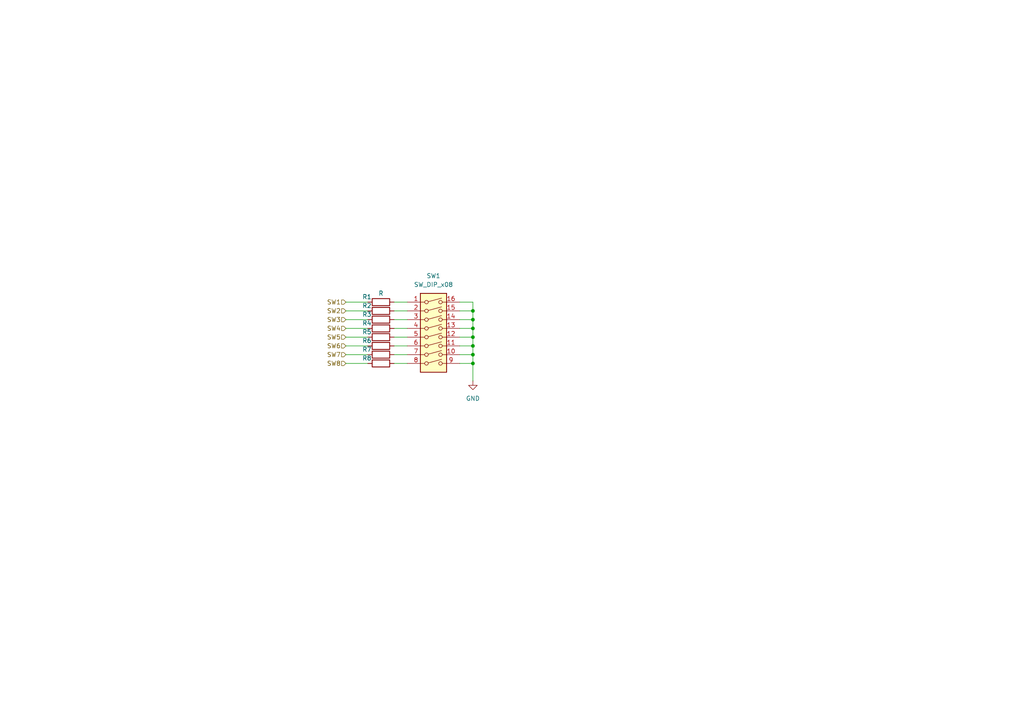
<source format=kicad_sch>
(kicad_sch (version 20231120) (generator "eeschema") (generator_version "8.0")
  (paper "A4")
  (lib_symbols
    (symbol "Device:R" (pin_numbers hide) (pin_names (offset 0))
      (property "Reference" "R" (at 2.032 0 90))
      (property "Value" "R" (at 0 0 90))
      (symbol "R_0_1"
        (rectangle (start -1.016 -2.54) (end 1.016 2.54) (stroke (width 0.254)))
      )
      (symbol "R_1_1"
        (pin passive line (at 0 3.81 270) (length 1.27) (name "~") (number "1"))
        (pin passive line (at 0 -3.81 90) (length 1.27) (name "~") (number "2"))
      )
    )
    (symbol "Switch:SW_DIP_x08" (pin_names (offset 0) hide)
      (property "Reference" "SW" (at 0 13.97 0))
      (property "Value" "SW_DIP_x08" (at 0 -11.43 0))
      (symbol "SW_DIP_x08_0_0"
        (circle (center -2.032 -7.62) (radius 0.508))
        (circle (center -2.032 -5.08) (radius 0.508))
        (circle (center -2.032 -2.54) (radius 0.508))
        (circle (center -2.032 0) (radius 0.508))
        (circle (center -2.032 2.54) (radius 0.508))
        (circle (center -2.032 5.08) (radius 0.508))
        (circle (center -2.032 7.62) (radius 0.508))
        (circle (center -2.032 10.16) (radius 0.508))
        (polyline (pts (xy -1.524 -7.4676) (xy 2.3622 -6.4262)))
        (polyline (pts (xy -1.524 -4.9276) (xy 2.3622 -3.8862)))
        (polyline (pts (xy -1.524 -2.3876) (xy 2.3622 -1.3462)))
        (polyline (pts (xy -1.524 0.127) (xy 2.3622 1.1684)))
        (polyline (pts (xy -1.524 2.667) (xy 2.3622 3.7084)))
        (polyline (pts (xy -1.524 5.207) (xy 2.3622 6.2484)))
        (polyline (pts (xy -1.524 7.747) (xy 2.3622 8.7884)))
        (polyline (pts (xy -1.524 10.287) (xy 2.3622 11.3284)))
        (circle (center 2.032 -7.62) (radius 0.508))
        (circle (center 2.032 -5.08) (radius 0.508))
        (circle (center 2.032 -2.54) (radius 0.508))
        (circle (center 2.032 0) (radius 0.508))
        (circle (center 2.032 2.54) (radius 0.508))
        (circle (center 2.032 5.08) (radius 0.508))
        (circle (center 2.032 7.62) (radius 0.508))
        (circle (center 2.032 10.16) (radius 0.508))
      )
      (symbol "SW_DIP_x08_0_1"
        (rectangle (start -3.81 12.7) (end 3.81 -10.16) (stroke (width 0.254)) (fill (type background)))
      )
      (symbol "SW_DIP_x08_1_1"
        (pin passive line (at -7.62 10.16 0) (length 5.08) (name "~") (number "1"))
        (pin passive line (at 7.62 -5.08 180) (length 5.08) (name "~") (number "10"))
        (pin passive line (at 7.62 -2.54 180) (length 5.08) (name "~") (number "11"))
        (pin passive line (at 7.62 0 180) (length 5.08) (name "~") (number "12"))
        (pin passive line (at 7.62 2.54 180) (length 5.08) (name "~") (number "13"))
        (pin passive line (at 7.62 5.08 180) (length 5.08) (name "~") (number "14"))
        (pin passive line (at 7.62 7.62 180) (length 5.08) (name "~") (number "15"))
        (pin passive line (at 7.62 10.16 180) (length 5.08) (name "~") (number "16"))
        (pin passive line (at -7.62 7.62 0) (length 5.08) (name "~") (number "2"))
        (pin passive line (at -7.62 5.08 0) (length 5.08) (name "~") (number "3"))
        (pin passive line (at -7.62 2.54 0) (length 5.08) (name "~") (number "4"))
        (pin passive line (at -7.62 0 0) (length 5.08) (name "~") (number "5"))
        (pin passive line (at -7.62 -2.54 0) (length 5.08) (name "~") (number "6"))
        (pin passive line (at -7.62 -5.08 0) (length 5.08) (name "~") (number "7"))
        (pin passive line (at -7.62 -7.62 0) (length 5.08) (name "~") (number "8"))
        (pin passive line (at 7.62 -7.62 180) (length 5.08) (name "~") (number "9"))
      )
    )
    (symbol "power:GND" (power) (pin_numbers hide) (pin_names (offset 0) hide)
      (property "Value" "GND" (at 0 -3.81 0))
      (symbol "GND_0_1"
        (polyline (pts (xy 0 0) (xy 0 -1.27) (xy 1.27 -1.27) (xy 0 -2.54) (xy -1.27 -1.27) (xy 0 -1.27)))
      )
      (symbol "GND_1_1"
        (pin power_in line (at 0 0 270) (length 0) (name "~") (number "1"))
      )
    )
  )
  (junction (at 137.16 92.71))
  (junction (at 137.16 90.17))
  (junction (at 137.16 102.87))
  (junction (at 137.16 105.41))
  (junction (at 137.16 97.79))
  (junction (at 137.16 100.33))
  (junction (at 137.16 95.25))
  (wire (pts (xy 133.35 95.25) (xy 137.16 95.25)))
  (wire (pts (xy 100.33 102.87) (xy 106.68 102.87)))
  (wire (pts (xy 100.33 90.17) (xy 106.68 90.17)))
  (wire (pts (xy 114.3 95.25) (xy 118.11 95.25)))
  (wire (pts (xy 114.3 90.17) (xy 118.11 90.17)))
  (wire (pts (xy 137.16 95.25) (xy 137.16 97.79)))
  (wire (pts (xy 133.35 87.63) (xy 137.16 87.63)))
  (wire (pts (xy 133.35 97.79) (xy 137.16 97.79)))
  (wire (pts (xy 100.33 105.41) (xy 106.68 105.41)))
  (wire (pts (xy 137.16 87.63) (xy 137.16 90.17)))
  (wire (pts (xy 137.16 92.71) (xy 137.16 95.25)))
  (wire (pts (xy 114.3 102.87) (xy 118.11 102.87)))
  (wire (pts (xy 133.35 102.87) (xy 137.16 102.87)))
  (wire (pts (xy 114.3 97.79) (xy 118.11 97.79)))
  (wire (pts (xy 114.3 100.33) (xy 118.11 100.33)))
  (wire (pts (xy 137.16 97.79) (xy 137.16 100.33)))
  (wire (pts (xy 100.33 92.71) (xy 106.68 92.71)))
  (wire (pts (xy 114.3 105.41) (xy 118.11 105.41)))
  (wire (pts (xy 133.35 100.33) (xy 137.16 100.33)))
  (wire (pts (xy 133.35 92.71) (xy 137.16 92.71)))
  (wire (pts (xy 100.33 100.33) (xy 106.68 100.33)))
  (wire (pts (xy 133.35 105.41) (xy 137.16 105.41)))
  (wire (pts (xy 114.3 87.63) (xy 118.11 87.63)))
  (wire (pts (xy 100.33 97.79) (xy 106.68 97.79)))
  (wire (pts (xy 114.3 92.71) (xy 118.11 92.71)))
  (wire (pts (xy 100.33 95.25) (xy 106.68 95.25)))
  (wire (pts (xy 100.33 87.63) (xy 106.68 87.63)))
  (wire (pts (xy 137.16 100.33) (xy 137.16 102.87)))
  (wire (pts (xy 137.16 102.87) (xy 137.16 105.41)))
  (wire (pts (xy 133.35 90.17) (xy 137.16 90.17)))
  (wire (pts (xy 137.16 90.17) (xy 137.16 92.71)))
  (wire (pts (xy 137.16 105.41) (xy 137.16 110.49)))
  (hierarchical_label "SW1" (shape input) (at 100.33 87.63 180))
  (hierarchical_label "SW3" (shape input) (at 100.33 92.71 180))
  (hierarchical_label "SW7" (shape input) (at 100.33 102.87 180))
  (hierarchical_label "SW5" (shape input) (at 100.33 97.79 180))
  (hierarchical_label "SW6" (shape input) (at 100.33 100.33 180))
  (hierarchical_label "SW8" (shape input) (at 100.33 105.41 180))
  (hierarchical_label "SW4" (shape input) (at 100.33 95.25 180))
  (hierarchical_label "SW2" (shape input) (at 100.33 90.17 180))
  (symbol (lib_id "Device:R") (at 110.49 95.25 90) (unit 1)
    (property "Reference" "R4" (at 106.426 93.726 90))
    (property "Value" "R" (effects (hide yes)))
    (property "Description" "Resistor" (effects (hide yes)))
  )
  (symbol (lib_id "Device:R") (at 110.49 92.71 90) (unit 1)
    (property "Reference" "R3" (at 106.426 91.186 90))
    (property "Value" "R" (effects (hide yes)))
    (property "Description" "Resistor" (effects (hide yes)))
  )
  (symbol (lib_id "power:GND") (at 137.16 110.49 0) (unit 1)
    (property "Reference" "#PWR02" (effects (hide yes)))
    (property "Value" "GND" (at 137.16 115.57 0))
    (property "Description" "Power symbol creates a global label with name \"GND\" , ground" (effects (hide yes)))
  )
  (symbol (lib_id "Device:R") (at 110.49 90.17 90) (unit 1)
    (property "Reference" "R2" (at 106.426 88.646 90))
    (property "Value" "R" (effects (hide yes)))
    (property "Description" "Resistor" (effects (hide yes)))
  )
  (symbol (lib_id "Device:R") (at 110.49 100.33 90) (unit 1)
    (property "Reference" "R6" (at 106.426 98.806 90))
    (property "Value" "R" (effects (hide yes)))
    (property "Description" "Resistor" (effects (hide yes)))
  )
  (symbol (lib_id "Switch:SW_DIP_x08") (at 125.73 97.79 0) (unit 1)
    (property "Reference" "SW1" (at 125.73 80.01 0))
    (property "Value" "SW_DIP_x08" (at 125.73 82.55 0))
    (property "Description" "8x DIP Switch, Single Pole Single Throw (SPST) switch, small symbol" (effects (hide yes)))
  )
  (symbol (lib_id "Device:R") (at 110.49 102.87 90) (unit 1)
    (property "Reference" "R7" (at 106.426 101.346 90))
    (property "Value" "R" (effects (hide yes)))
    (property "Description" "Resistor" (effects (hide yes)))
  )
  (symbol (lib_id "Device:R") (at 110.49 105.41 90) (unit 1)
    (property "Reference" "R8" (at 106.426 103.886 90))
    (property "Value" "R" (effects (hide yes)))
    (property "Description" "Resistor" (effects (hide yes)))
  )
  (symbol (lib_id "Device:R") (at 110.49 97.79 90) (unit 1)
    (property "Reference" "R5" (at 106.426 96.266 90))
    (property "Value" "R" (effects (hide yes)))
    (property "Description" "Resistor" (effects (hide yes)))
  )
  (symbol (lib_id "Device:R") (at 110.49 87.63 90) (unit 1)
    (property "Reference" "R1" (at 106.426 86.106 90))
    (property "Value" "R" (at 110.49 85.09 90))
    (property "Description" "Resistor" (effects (hide yes)))
  )
)
</source>
